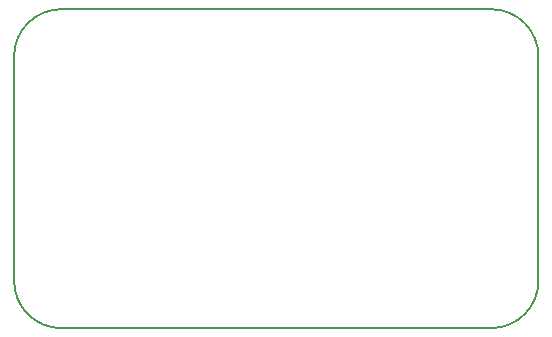
<source format=gko>
G04 Layer_Color=16711935*
%FSLAX44Y44*%
%MOMM*%
G71*
G01*
G75*
%ADD23C,0.1500*%
D23*
X0Y40000D02*
G03*
X40000Y0I40000J0D01*
G01*
Y270000D02*
G03*
X0Y230000I0J-40000D01*
G01*
X404000Y0D02*
G03*
X444000Y40000I0J40000D01*
G01*
Y230000D02*
G03*
X404000Y270000I-40000J0D01*
G01*
X40000Y0D02*
X404000D01*
X40000Y270000D02*
X404000D01*
X0Y40000D02*
Y230000D01*
X444000Y40000D02*
Y230000D01*
M02*

</source>
